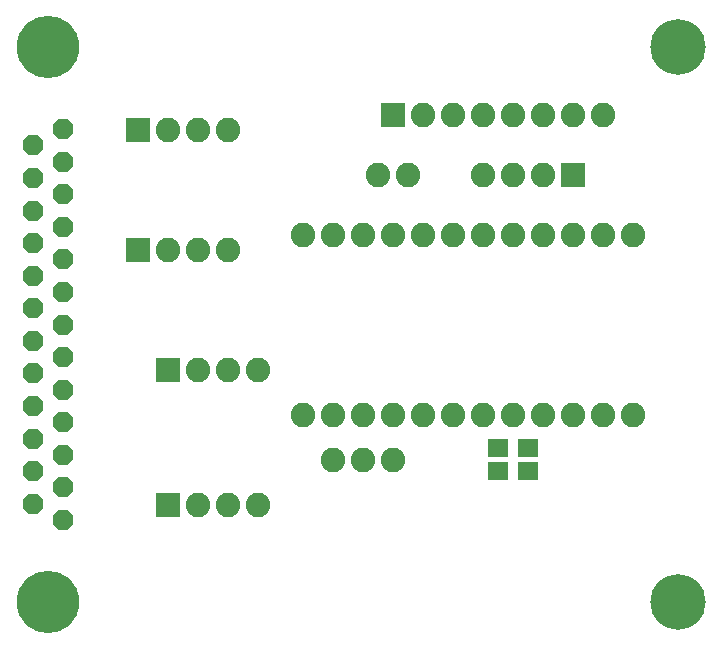
<source format=gbs>
G75*
%MOIN*%
%OFA0B0*%
%FSLAX25Y25*%
%IPPOS*%
%LPD*%
%AMOC8*
5,1,8,0,0,1.08239X$1,22.5*
%
%ADD10R,0.08200X0.08200*%
%ADD11C,0.08200*%
%ADD12OC8,0.06800*%
%ADD13C,0.20800*%
%ADD14R,0.06706X0.05918*%
%ADD15C,0.18517*%
D10*
X0110300Y0060950D03*
X0110300Y0105950D03*
X0100300Y0145950D03*
X0100300Y0185950D03*
X0185300Y0190950D03*
X0245300Y0170950D03*
D11*
X0235300Y0170950D03*
X0225300Y0170950D03*
X0215300Y0170950D03*
X0215300Y0150950D03*
X0205300Y0150950D03*
X0195300Y0150950D03*
X0185300Y0150950D03*
X0175300Y0150950D03*
X0165300Y0150950D03*
X0155300Y0150950D03*
X0130300Y0145950D03*
X0120300Y0145950D03*
X0110300Y0145950D03*
X0110300Y0185950D03*
X0120300Y0185950D03*
X0130300Y0185950D03*
X0180300Y0170950D03*
X0190300Y0170950D03*
X0195300Y0190950D03*
X0205300Y0190950D03*
X0215300Y0190950D03*
X0225300Y0190950D03*
X0235300Y0190950D03*
X0245300Y0190950D03*
X0255300Y0190950D03*
X0255300Y0150950D03*
X0245300Y0150950D03*
X0235300Y0150950D03*
X0225300Y0150950D03*
X0265300Y0150950D03*
X0265300Y0090950D03*
X0255300Y0090950D03*
X0245300Y0090950D03*
X0235300Y0090950D03*
X0225300Y0090950D03*
X0215300Y0090950D03*
X0205300Y0090950D03*
X0195300Y0090950D03*
X0185300Y0090950D03*
X0175300Y0090950D03*
X0165300Y0090950D03*
X0155300Y0090950D03*
X0165300Y0075950D03*
X0175300Y0075950D03*
X0185300Y0075950D03*
X0140300Y0060950D03*
X0130300Y0060950D03*
X0120300Y0060950D03*
X0120300Y0105950D03*
X0130300Y0105950D03*
X0140300Y0105950D03*
D12*
X0075300Y0110050D03*
X0065300Y0104650D03*
X0075300Y0099250D03*
X0065300Y0093750D03*
X0075300Y0088350D03*
X0065300Y0082950D03*
X0075300Y0077450D03*
X0065300Y0072050D03*
X0075300Y0066650D03*
X0065300Y0061150D03*
X0075300Y0055750D03*
X0065300Y0115550D03*
X0075300Y0120950D03*
X0065300Y0126350D03*
X0075300Y0131850D03*
X0065300Y0137250D03*
X0075300Y0142650D03*
X0065300Y0148150D03*
X0075300Y0153550D03*
X0065300Y0158950D03*
X0075300Y0164450D03*
X0065300Y0169850D03*
X0075300Y0175250D03*
X0065300Y0180750D03*
X0075300Y0186150D03*
D13*
X0070300Y0028350D03*
X0070300Y0213550D03*
D14*
X0220300Y0079690D03*
X0220300Y0072210D03*
X0230300Y0072210D03*
X0230300Y0079690D03*
D15*
X0280300Y0028450D03*
X0280300Y0213450D03*
M02*

</source>
